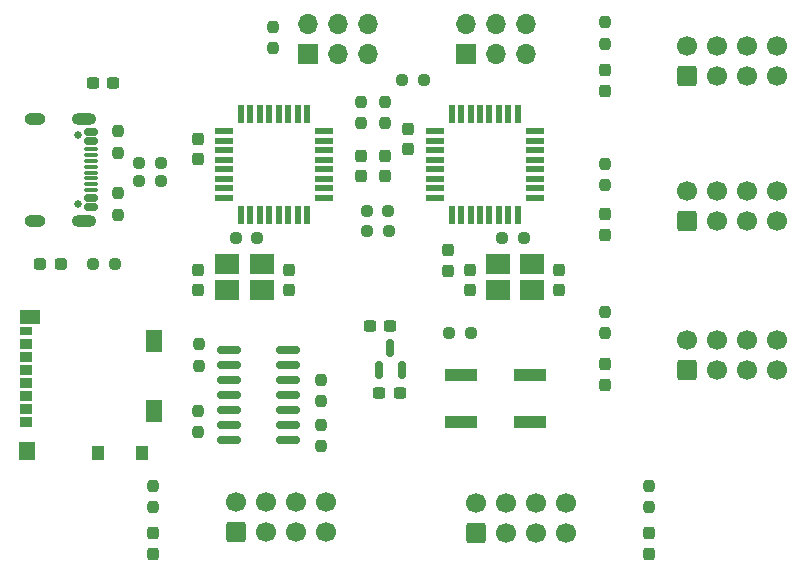
<source format=gbr>
G04 #@! TF.GenerationSoftware,KiCad,Pcbnew,8.0.6-8.0.6-0~ubuntu24.04.1*
G04 #@! TF.CreationDate,2024-11-11T15:02:52+01:00*
G04 #@! TF.ProjectId,PicoMother,5069636f-4d6f-4746-9865-722e6b696361,1*
G04 #@! TF.SameCoordinates,Original*
G04 #@! TF.FileFunction,Soldermask,Top*
G04 #@! TF.FilePolarity,Negative*
%FSLAX46Y46*%
G04 Gerber Fmt 4.6, Leading zero omitted, Abs format (unit mm)*
G04 Created by KiCad (PCBNEW 8.0.6-8.0.6-0~ubuntu24.04.1) date 2024-11-11 15:02:52*
%MOMM*%
%LPD*%
G01*
G04 APERTURE LIST*
G04 Aperture macros list*
%AMRoundRect*
0 Rectangle with rounded corners*
0 $1 Rounding radius*
0 $2 $3 $4 $5 $6 $7 $8 $9 X,Y pos of 4 corners*
0 Add a 4 corners polygon primitive as box body*
4,1,4,$2,$3,$4,$5,$6,$7,$8,$9,$2,$3,0*
0 Add four circle primitives for the rounded corners*
1,1,$1+$1,$2,$3*
1,1,$1+$1,$4,$5*
1,1,$1+$1,$6,$7*
1,1,$1+$1,$8,$9*
0 Add four rect primitives between the rounded corners*
20,1,$1+$1,$2,$3,$4,$5,0*
20,1,$1+$1,$4,$5,$6,$7,0*
20,1,$1+$1,$6,$7,$8,$9,0*
20,1,$1+$1,$8,$9,$2,$3,0*%
G04 Aperture macros list end*
%ADD10RoundRect,0.237500X-0.237500X0.250000X-0.237500X-0.250000X0.237500X-0.250000X0.237500X0.250000X0*%
%ADD11RoundRect,0.237500X-0.250000X-0.237500X0.250000X-0.237500X0.250000X0.237500X-0.250000X0.237500X0*%
%ADD12RoundRect,0.250000X0.600000X-0.600000X0.600000X0.600000X-0.600000X0.600000X-0.600000X-0.600000X0*%
%ADD13C,1.700000*%
%ADD14RoundRect,0.237500X0.237500X-0.300000X0.237500X0.300000X-0.237500X0.300000X-0.237500X-0.300000X0*%
%ADD15R,0.550000X1.600000*%
%ADD16R,1.600000X0.550000*%
%ADD17RoundRect,0.237500X0.300000X0.237500X-0.300000X0.237500X-0.300000X-0.237500X0.300000X-0.237500X0*%
%ADD18RoundRect,0.237500X-0.237500X0.300000X-0.237500X-0.300000X0.237500X-0.300000X0.237500X0.300000X0*%
%ADD19RoundRect,0.237500X0.237500X-0.287500X0.237500X0.287500X-0.237500X0.287500X-0.237500X-0.287500X0*%
%ADD20RoundRect,0.237500X0.237500X-0.250000X0.237500X0.250000X-0.237500X0.250000X-0.237500X-0.250000X0*%
%ADD21R,1.100000X0.850000*%
%ADD22R,1.100000X0.750000*%
%ADD23R,1.000000X1.200000*%
%ADD24R,1.350000X1.550000*%
%ADD25R,1.350000X1.900000*%
%ADD26R,1.800000X1.170000*%
%ADD27RoundRect,0.237500X0.250000X0.237500X-0.250000X0.237500X-0.250000X-0.237500X0.250000X-0.237500X0*%
%ADD28R,2.800000X1.000000*%
%ADD29R,1.700000X1.700000*%
%ADD30O,1.700000X1.700000*%
%ADD31RoundRect,0.237500X0.287500X0.237500X-0.287500X0.237500X-0.287500X-0.237500X0.287500X-0.237500X0*%
%ADD32RoundRect,0.150000X-0.825000X-0.150000X0.825000X-0.150000X0.825000X0.150000X-0.825000X0.150000X0*%
%ADD33RoundRect,0.150000X0.150000X-0.587500X0.150000X0.587500X-0.150000X0.587500X-0.150000X-0.587500X0*%
%ADD34R,2.100000X1.800000*%
%ADD35RoundRect,0.237500X-0.300000X-0.237500X0.300000X-0.237500X0.300000X0.237500X-0.300000X0.237500X0*%
%ADD36C,0.650000*%
%ADD37RoundRect,0.150000X-0.425000X0.150000X-0.425000X-0.150000X0.425000X-0.150000X0.425000X0.150000X0*%
%ADD38RoundRect,0.075000X-0.500000X0.075000X-0.500000X-0.075000X0.500000X-0.075000X0.500000X0.075000X0*%
%ADD39O,2.100000X1.000000*%
%ADD40O,1.800000X1.000000*%
G04 APERTURE END LIST*
D10*
G04 #@! TO.C,R8*
X123200000Y-80487500D03*
X123200000Y-82312500D03*
G04 #@! TD*
D11*
G04 #@! TO.C,R1*
X119993600Y-98382000D03*
X121818600Y-98382000D03*
G04 #@! TD*
D12*
G04 #@! TO.C,J5*
X119989600Y-123240800D03*
D13*
X119989600Y-120700800D03*
X122529600Y-123240800D03*
X122529600Y-120700800D03*
X125069600Y-123240800D03*
X125069600Y-120700800D03*
X127609600Y-123240800D03*
X127609600Y-120700800D03*
G04 #@! TD*
D11*
G04 #@! TO.C,R11*
X111837500Y-92000000D03*
X113662500Y-92000000D03*
G04 #@! TD*
D14*
G04 #@! TO.C,C4*
X139800000Y-102775000D03*
X139800000Y-101050000D03*
G04 #@! TD*
D11*
G04 #@! TO.C,R13*
X134087500Y-85000000D03*
X135912500Y-85000000D03*
G04 #@! TD*
D15*
G04 #@! TO.C,U5*
X120447400Y-96384000D03*
X121247400Y-96384000D03*
X122047400Y-96384000D03*
X122847400Y-96384000D03*
X123647400Y-96384000D03*
X124447400Y-96384000D03*
X125247400Y-96384000D03*
X126047400Y-96384000D03*
D16*
X127497400Y-94934000D03*
X127497400Y-94134000D03*
X127497400Y-93334000D03*
X127497400Y-92534000D03*
X127497400Y-91734000D03*
X127497400Y-90934000D03*
X127497400Y-90134000D03*
X127497400Y-89334000D03*
D15*
X126047400Y-87884000D03*
X125247400Y-87884000D03*
X124447400Y-87884000D03*
X123647400Y-87884000D03*
X122847400Y-87884000D03*
X122047400Y-87884000D03*
X121247400Y-87884000D03*
X120447400Y-87884000D03*
D16*
X118997400Y-89334000D03*
X118997400Y-90134000D03*
X118997400Y-90934000D03*
X118997400Y-91734000D03*
X118997400Y-92534000D03*
X118997400Y-93334000D03*
X118997400Y-94134000D03*
X118997400Y-94934000D03*
G04 #@! TD*
D10*
G04 #@! TO.C,R20*
X151250000Y-92087500D03*
X151250000Y-93912500D03*
G04 #@! TD*
D17*
G04 #@! TO.C,C3*
X133892198Y-111468050D03*
X132167198Y-111468050D03*
G04 #@! TD*
D11*
G04 #@! TO.C,R12*
X111837500Y-93500000D03*
X113662500Y-93500000D03*
G04 #@! TD*
G04 #@! TO.C,R7*
X142567700Y-98382000D03*
X144392700Y-98382000D03*
G04 #@! TD*
D12*
G04 #@! TO.C,J3*
X158200000Y-109575600D03*
D13*
X158200000Y-107035600D03*
X160740000Y-109575600D03*
X160740000Y-107035600D03*
X163280000Y-109575600D03*
X163280000Y-107035600D03*
X165820000Y-109575600D03*
X165820000Y-107035600D03*
G04 #@! TD*
D18*
G04 #@! TO.C,C11*
X124500000Y-101050000D03*
X124500000Y-102775000D03*
G04 #@! TD*
D19*
G04 #@! TO.C,D10*
X113000000Y-125125000D03*
X113000000Y-123375000D03*
G04 #@! TD*
D20*
G04 #@! TO.C,R9*
X130632200Y-88662500D03*
X130632200Y-86837500D03*
G04 #@! TD*
D15*
G04 #@! TO.C,U4*
X138288800Y-96384000D03*
X139088800Y-96384000D03*
X139888800Y-96384000D03*
X140688800Y-96384000D03*
X141488800Y-96384000D03*
X142288800Y-96384000D03*
X143088800Y-96384000D03*
X143888800Y-96384000D03*
D16*
X145338800Y-94934000D03*
X145338800Y-94134000D03*
X145338800Y-93334000D03*
X145338800Y-92534000D03*
X145338800Y-91734000D03*
X145338800Y-90934000D03*
X145338800Y-90134000D03*
X145338800Y-89334000D03*
D15*
X143888800Y-87884000D03*
X143088800Y-87884000D03*
X142288800Y-87884000D03*
X141488800Y-87884000D03*
X140688800Y-87884000D03*
X139888800Y-87884000D03*
X139088800Y-87884000D03*
X138288800Y-87884000D03*
D16*
X136838800Y-89334000D03*
X136838800Y-90134000D03*
X136838800Y-90934000D03*
X136838800Y-91734000D03*
X136838800Y-92534000D03*
X136838800Y-93334000D03*
X136838800Y-94134000D03*
X136838800Y-94934000D03*
G04 #@! TD*
D18*
G04 #@! TO.C,C5*
X147400000Y-101050000D03*
X147400000Y-102775000D03*
G04 #@! TD*
D14*
G04 #@! TO.C,C6*
X138000000Y-101137500D03*
X138000000Y-99412500D03*
G04 #@! TD*
D19*
G04 #@! TO.C,D5*
X130632200Y-93125000D03*
X130632200Y-91375000D03*
G04 #@! TD*
D21*
G04 #@! TO.C,J6*
X102220600Y-113899800D03*
X102220600Y-112799800D03*
X102220600Y-111699800D03*
X102220600Y-110599800D03*
X102220600Y-109499800D03*
X102220600Y-108399800D03*
X102220600Y-107299800D03*
D22*
X102220600Y-106249800D03*
D23*
X108370600Y-116534800D03*
X112070600Y-116534800D03*
D24*
X102345600Y-116359800D03*
D25*
X113045600Y-113034800D03*
X113045600Y-107064800D03*
D26*
X102570600Y-105039800D03*
G04 #@! TD*
D14*
G04 #@! TO.C,C7*
X116800000Y-91694000D03*
X116800000Y-89969000D03*
G04 #@! TD*
D20*
G04 #@! TO.C,R18*
X127242800Y-112188000D03*
X127242800Y-110363000D03*
G04 #@! TD*
G04 #@! TO.C,R3*
X110000000Y-91162500D03*
X110000000Y-89337500D03*
G04 #@! TD*
D27*
G04 #@! TO.C,R6*
X109756000Y-100584000D03*
X107931000Y-100584000D03*
G04 #@! TD*
D18*
G04 #@! TO.C,C1*
X134600000Y-89137500D03*
X134600000Y-90862500D03*
G04 #@! TD*
D20*
G04 #@! TO.C,R17*
X116778000Y-114804200D03*
X116778000Y-112979200D03*
G04 #@! TD*
D12*
G04 #@! TO.C,J2*
X158200000Y-96901000D03*
D13*
X158200000Y-94361000D03*
X160740000Y-96901000D03*
X160740000Y-94361000D03*
X163280000Y-96901000D03*
X163280000Y-94361000D03*
X165820000Y-96901000D03*
X165820000Y-94361000D03*
G04 #@! TD*
D28*
G04 #@! TO.C,SW1*
X144900000Y-113956600D03*
X139100000Y-113956600D03*
X144900000Y-109956600D03*
X139100000Y-109956600D03*
G04 #@! TD*
D29*
G04 #@! TO.C,J8*
X126111000Y-82750000D03*
D30*
X126111000Y-80210000D03*
X128651000Y-82750000D03*
X128651000Y-80210000D03*
X131191000Y-82750000D03*
X131191000Y-80210000D03*
G04 #@! TD*
D17*
G04 #@! TO.C,C2*
X133062500Y-105800000D03*
X131337500Y-105800000D03*
G04 #@! TD*
D31*
G04 #@! TO.C,D1*
X105206800Y-100584000D03*
X103456800Y-100584000D03*
G04 #@! TD*
D32*
G04 #@! TO.C,U1*
X119470400Y-107848400D03*
X119470400Y-109118400D03*
X119470400Y-110388400D03*
X119470400Y-111658400D03*
X119470400Y-112928400D03*
X119470400Y-114198400D03*
X119470400Y-115468400D03*
X124420400Y-115468400D03*
X124420400Y-114198400D03*
X124420400Y-112928400D03*
X124420400Y-111658400D03*
X124420400Y-110388400D03*
X124420400Y-109118400D03*
X124420400Y-107848400D03*
G04 #@! TD*
D10*
G04 #@! TO.C,R19*
X151250000Y-80087500D03*
X151250000Y-81912500D03*
G04 #@! TD*
D14*
G04 #@! TO.C,C13*
X116800000Y-102775000D03*
X116800000Y-101050000D03*
G04 #@! TD*
D10*
G04 #@! TO.C,R21*
X151250000Y-104587500D03*
X151250000Y-106412500D03*
G04 #@! TD*
D19*
G04 #@! TO.C,D7*
X151250000Y-98075000D03*
X151250000Y-96325000D03*
G04 #@! TD*
D10*
G04 #@! TO.C,R4*
X110000000Y-94587500D03*
X110000000Y-96412500D03*
G04 #@! TD*
D33*
G04 #@! TO.C,U2*
X132140698Y-109518750D03*
X134040698Y-109518750D03*
X133090698Y-107643750D03*
G04 #@! TD*
D34*
G04 #@! TO.C,Y1*
X145084800Y-100562500D03*
X142184800Y-100562500D03*
X142184800Y-102762500D03*
X145084800Y-102762500D03*
G04 #@! TD*
D27*
G04 #@! TO.C,R2*
X132918200Y-96113600D03*
X131093200Y-96113600D03*
G04 #@! TD*
D10*
G04 #@! TO.C,R22*
X155000000Y-119337500D03*
X155000000Y-121162500D03*
G04 #@! TD*
D35*
G04 #@! TO.C,C9*
X107887500Y-85250000D03*
X109612500Y-85250000D03*
G04 #@! TD*
D19*
G04 #@! TO.C,D8*
X151250000Y-110775000D03*
X151250000Y-109025000D03*
G04 #@! TD*
D10*
G04 #@! TO.C,R23*
X113000000Y-119337500D03*
X113000000Y-121162500D03*
G04 #@! TD*
D19*
G04 #@! TO.C,D4*
X151250000Y-85875000D03*
X151250000Y-84125000D03*
G04 #@! TD*
D11*
G04 #@! TO.C,R14*
X138087500Y-106400000D03*
X139912500Y-106400000D03*
G04 #@! TD*
D20*
G04 #@! TO.C,R15*
X127242800Y-115998000D03*
X127242800Y-114173000D03*
G04 #@! TD*
D19*
G04 #@! TO.C,D6*
X132664200Y-93125000D03*
X132664200Y-91375000D03*
G04 #@! TD*
D20*
G04 #@! TO.C,R10*
X132664200Y-88662500D03*
X132664200Y-86837500D03*
G04 #@! TD*
D12*
G04 #@! TO.C,J1*
X158200000Y-84683600D03*
D13*
X158200000Y-82143600D03*
X160740000Y-84683600D03*
X160740000Y-82143600D03*
X163280000Y-84683600D03*
X163280000Y-82143600D03*
X165820000Y-84683600D03*
X165820000Y-82143600D03*
G04 #@! TD*
D34*
G04 #@! TO.C,Y4*
X122200000Y-100562500D03*
X119300000Y-100562500D03*
X119300000Y-102762500D03*
X122200000Y-102762500D03*
G04 #@! TD*
D10*
G04 #@! TO.C,R16*
X116905000Y-107342300D03*
X116905000Y-109167300D03*
G04 #@! TD*
D12*
G04 #@! TO.C,J4*
X140385800Y-123317000D03*
D13*
X140385800Y-120777000D03*
X142925800Y-123317000D03*
X142925800Y-120777000D03*
X145465800Y-123317000D03*
X145465800Y-120777000D03*
X148005800Y-123317000D03*
X148005800Y-120777000D03*
G04 #@! TD*
D11*
G04 #@! TO.C,R5*
X131118600Y-97800000D03*
X132943600Y-97800000D03*
G04 #@! TD*
D19*
G04 #@! TO.C,D9*
X155000000Y-125125000D03*
X155000000Y-123375000D03*
G04 #@! TD*
D29*
G04 #@! TO.C,J7*
X139471400Y-82750000D03*
D30*
X139471400Y-80210000D03*
X142011400Y-82750000D03*
X142011400Y-80210000D03*
X144551400Y-82750000D03*
X144551400Y-80210000D03*
G04 #@! TD*
D36*
G04 #@! TO.C,J9*
X106680000Y-89680000D03*
X106680000Y-95460000D03*
D37*
X107755000Y-89370000D03*
X107755000Y-90170000D03*
D38*
X107755000Y-91320000D03*
X107755000Y-92320000D03*
X107755000Y-92820000D03*
X107755000Y-93820000D03*
D37*
X107755000Y-94970000D03*
X107755000Y-95770000D03*
X107755000Y-95770000D03*
X107755000Y-94970000D03*
D38*
X107755000Y-94320000D03*
X107755000Y-93320000D03*
X107755000Y-91820000D03*
X107755000Y-90820000D03*
D37*
X107755000Y-90170000D03*
X107755000Y-89370000D03*
D39*
X107180000Y-88250000D03*
D40*
X103000000Y-88250000D03*
D39*
X107180000Y-96890000D03*
D40*
X103000000Y-96890000D03*
G04 #@! TD*
M02*

</source>
